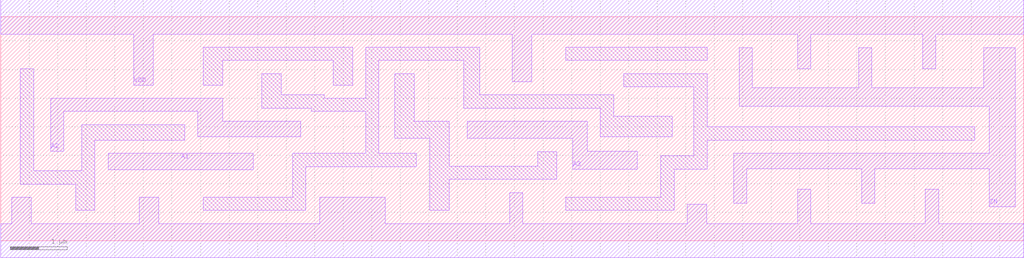
<source format=lef>
# Copyright 2022 GlobalFoundries PDK Authors
#
# Licensed under the Apache License, Version 2.0 (the "License");
# you may not use this file except in compliance with the License.
# You may obtain a copy of the License at
#
#      http://www.apache.org/licenses/LICENSE-2.0
#
# Unless required by applicable law or agreed to in writing, software
# distributed under the License is distributed on an "AS IS" BASIS,
# WITHOUT WARRANTIES OR CONDITIONS OF ANY KIND, either express or implied.
# See the License for the specific language governing permissions and
# limitations under the License.

MACRO gf180mcu_fd_sc_mcu7t5v0__xnor3_4
  CLASS core ;
  FOREIGN gf180mcu_fd_sc_mcu7t5v0__xnor3_4 0.0 0.0 ;
  ORIGIN 0 0 ;
  SYMMETRY X Y ;
  SITE GF018hv5v_mcu_sc7 ;
  SIZE 17.92 BY 3.92 ;
  PIN A1
    DIRECTION INPUT ;
    ANTENNAGATEAREA 0.8045 ;
    PORT
      LAYER Metal1 ;
        POLYGON 1.88 1.24 4.42 1.24 4.42 1.535 1.88 1.535  ;
    END
  END A1
  PIN A2
    DIRECTION INPUT ;
    ANTENNAGATEAREA 0.8045 ;
    PORT
      LAYER Metal1 ;
        POLYGON 0.875 1.565 1.105 1.565 1.105 2.265 3.22 2.265 3.45 2.265 3.45 1.82 5.26 1.82 5.26 2.095 3.89 2.095 3.89 2.495 3.22 2.495 0.875 2.495  ;
    END
  END A2
  PIN A3
    DIRECTION INPUT ;
    ANTENNAGATEAREA 1.5105 ;
    PORT
      LAYER Metal1 ;
        POLYGON 8.175 1.8 9.745 1.8 10.02 1.8 10.02 1.255 11.15 1.255 11.15 1.565 10.275 1.565 10.275 2.095 9.745 2.095 8.175 2.095  ;
    END
  END A3
  PIN ZN
    DIRECTION OUTPUT ;
    ANTENNADIFFAREA 2.978 ;
    PORT
      LAYER Metal1 ;
        POLYGON 12.94 2.36 17.06 2.36 17.32 2.36 17.32 1.535 12.84 1.535 12.84 0.655 13.07 0.655 13.07 1.26 15.08 1.26 15.08 0.655 15.31 0.655 15.31 1.26 17.32 1.26 17.32 0.6 17.775 0.6 17.775 3.38 17.22 3.38 17.22 2.68 17.06 2.68 15.26 2.68 15.26 3.38 15.03 3.38 15.03 2.68 13.17 2.68 13.17 3.38 12.94 3.38  ;
    END
  END ZN
  PIN VDD
    DIRECTION INOUT ;
    USE power ;
    SHAPE ABUTMENT ;
    PORT
      LAYER Metal1 ;
        POLYGON 0 3.62 2.33 3.62 2.33 2.725 2.67 2.725 2.67 3.62 3.22 3.62 6.165 3.62 8.965 3.62 8.965 2.785 9.305 2.785 9.305 3.62 12.375 3.62 13.96 3.62 13.96 3.015 14.19 3.015 14.19 3.62 16.15 3.62 16.15 3.015 16.38 3.015 16.38 3.62 17.06 3.62 17.92 3.62 17.92 4.22 17.06 4.22 12.375 4.22 6.165 4.22 3.22 4.22 0 4.22  ;
    END
  END VDD
  PIN VSS
    DIRECTION INOUT ;
    USE ground ;
    SHAPE ABUTMENT ;
    PORT
      LAYER Metal1 ;
        POLYGON 0 -0.3 17.92 -0.3 17.92 0.3 16.43 0.3 16.43 0.905 16.2 0.905 16.2 0.3 14.19 0.3 14.19 0.905 13.96 0.905 13.96 0.3 12.365 0.3 12.365 0.64 12.025 0.64 12.025 0.3 9.145 0.3 9.145 0.84 8.915 0.84 8.915 0.3 6.74 0.3 6.74 0.76 5.59 0.76 5.59 0.3 2.77 0.3 2.77 0.76 2.43 0.76 2.43 0.3 0.53 0.3 0.53 0.76 0.19 0.76 0.19 0.3 0 0.3  ;
    END
  END VSS
  OBS
      LAYER Metal1 ;
        POLYGON 0.345 0.99 1.31 0.99 1.31 0.53 1.65 0.53 1.65 1.765 3.22 1.765 3.22 2.035 1.42 2.035 1.42 1.225 0.575 1.225 0.575 3.015 0.345 3.015  ;
        POLYGON 3.55 2.725 3.89 2.725 3.89 3.16 5.825 3.16 5.825 2.725 6.165 2.725 6.165 3.39 3.55 3.39  ;
        POLYGON 6.905 1.8 7.52 1.8 7.52 0.53 7.86 0.53 7.86 1.075 9.745 1.075 9.745 1.56 9.405 1.56 9.405 1.305 7.86 1.305 7.86 2.095 7.245 2.095 7.245 2.93 6.905 2.93  ;
        POLYGON 6.625 3.16 8.115 3.16 8.115 2.325 10.505 2.325 10.505 1.82 11.76 1.82 11.76 2.18 10.735 2.18 10.735 2.555 8.39 2.555 8.39 3.39 6.395 3.39 6.395 2.495 5.67 2.495 5.67 2.555 4.91 2.555 4.91 2.93 4.57 2.93 4.57 2.325 5.44 2.325 5.44 2.265 6.395 2.265 6.395 1.535 5.115 1.535 5.115 0.76 3.55 0.76 3.55 0.53 5.345 0.53 5.345 1.3 7.275 1.3 7.275 1.535 6.625 1.535  ;
        POLYGON 9.895 3.16 12.375 3.16 12.375 3.39 9.895 3.39  ;
        POLYGON 10.915 2.7 12.145 2.7 12.145 1.485 11.565 1.485 11.565 0.76 9.895 0.76 9.895 0.53 11.795 0.53 11.795 1.255 12.375 1.255 12.375 1.765 17.06 1.765 17.06 1.995 12.375 1.995 12.375 2.93 10.915 2.93  ;
  END
END gf180mcu_fd_sc_mcu7t5v0__xnor3_4

</source>
